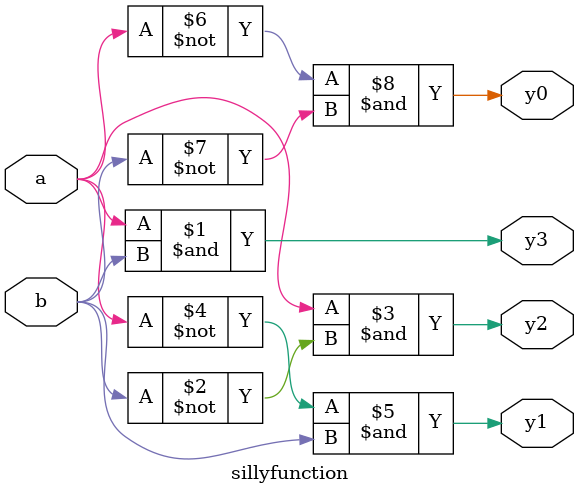
<source format=sv>
module sillyfunction(input  logic a, b,
                     output logic y3,y2,y1,y0);

  assign y3 = a & b ;
  assign y2 = a & ~b ;
  assign y1 = ~a & b ;
  assign y0 = ~a & ~b ;

endmodule

</source>
